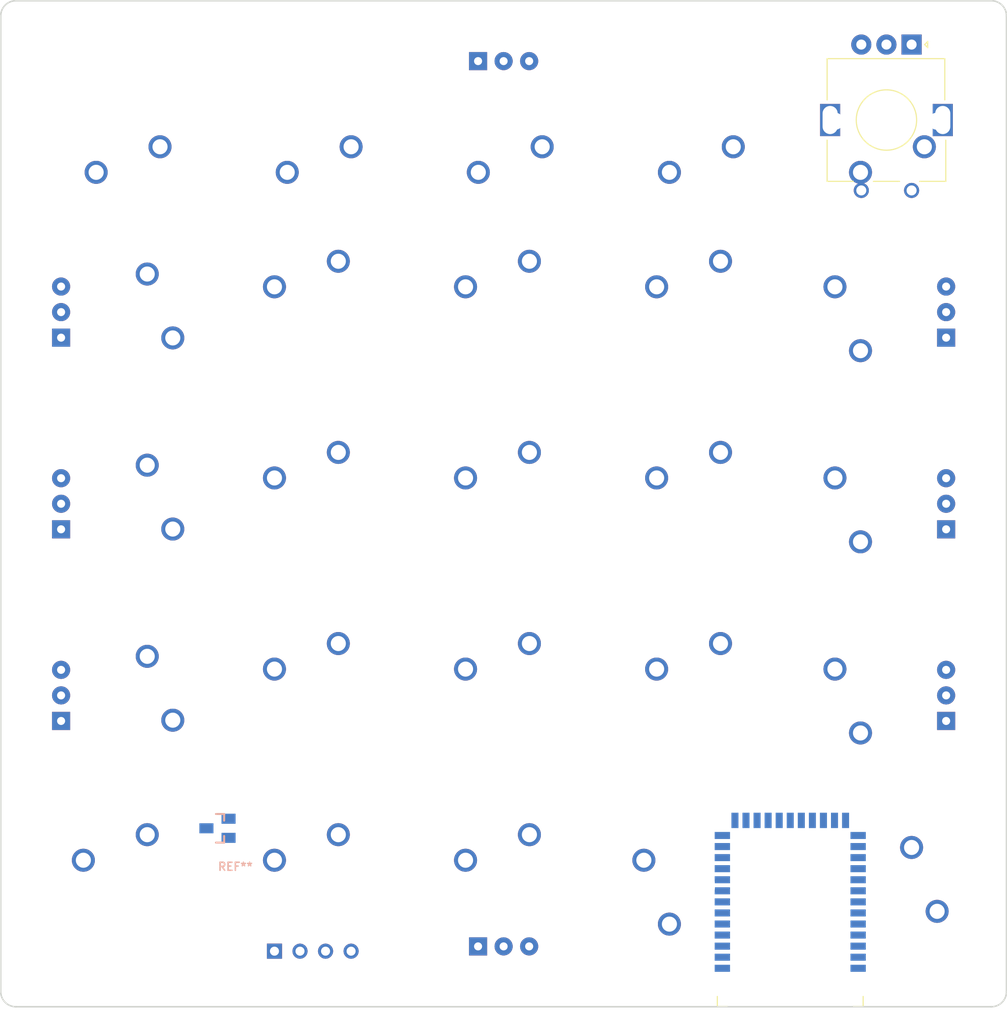
<source format=kicad_pcb>
(kicad_pcb (version 20211014) (generator pcbnew)
  (title_block (title "ortho-board") (rev "v1.0.0") (company "Unknown"))
  (layers (0 "F.Cu" signal) (31 "B.Cu" signal) (34 "B.Paste" user) (35 "F.Paste" user) (36 "B.SilkS" user "B.Silkscreen") (37 "F.SilkS" user "F.Silkscreen") (38 "B.Mask" user) (39 "F.Mask" user) (44 "Edge.Cuts" user))
  (net 0 "")
  (net 1 "GND")
  (net 2 "m_c1_r1")
  (net 3 "m_c1_r2")
  (net 4 "m_c1_r3")
  (net 5 "m_c1_r4")
  (net 6 "m_c1_r5")
  (net 7 "m_c2_r1")
  (net 8 "m_c2_r2")
  (net 9 "m_c2_r3")
  (net 10 "m_c2_r4")
  (net 11 "m_c2_r5")
  (net 12 "m_c3_r1")
  (net 13 "m_c3_r2")
  (net 14 "m_c3_r3")
  (net 15 "m_c3_r4")
  (net 16 "m_c3_r5")
  (net 17 "m_c4_r1")
  (net 18 "m_c4_r2")
  (net 19 "m_c4_r3")
  (net 20 "m_c4_r4")
  (net 21 "m_c4_r5")
  (net 22 "m_c5_r1")
  (net 23 "m_c5_r2")
  (net 24 "m_c5_r3")
  (net 25 "m_c5_r4")
  (net 26 "m_c5_r5")
  (net 27 "DMIN")
  (net 28 "DPLUS")
  (net 29 "ECA")
  (net 30 "ECC")
  (net 31 "XTRA")
  (net 32 "SWDCLK")
  (net 33 "SWDIO")
  (net 34 "VBUS")
  (net 35 "VCC")
  (net 36 "GND_P")
  (footprint "MountingHole:MountingHole_2.2mm_M2" (layer "F.Cu") (at 2.5 -2.5)
    (fp_text reference "" (at 0 0) (layer "F.SilkS") (effects (font (size 1.27 1.27))))
    (fp_text value "" (at 0 0) (layer "F.SilkS") (effects (font (size 1.27 1.27))))
    (pad "" np_thru_hole circle locked (at 0 0) (size 2.2 2.2) (drill 2.2) (layers *.Cu *.Mask))
  )
  (footprint "MX" (layer "F.Cu") (at 31.025 -69.025)
    (fp_text reference "S9" hide)
    (fp_text value "" hide)
    (pad "" np_thru_hole circle locked (at 0 0) (size 3.9878 3.9878) (drill 3.9878) (layers *.Cu *.Mask))
    (pad "" np_thru_hole circle locked (at 5.08 0) (size 1.7018 1.7018) (drill 1.7018) (layers *.Cu *.Mask))
    (pad "" np_thru_hole circle locked (at -5.08 0) (size 1.7018 1.7018) (drill 1.7018) (layers *.Cu *.Mask))
    (pad "1" thru_hole circle locked (at 2.54 -5.08) (size 2.286 2.286) (drill 1.4986) (layers *.Cu *.Mask) (net 1 "GND"))
    (pad "2" thru_hole circle locked (at -3.81 -2.54) (size 2.286 2.286) (drill 1.4986) (layers *.Cu *.Mask) (net 10 "m_c2_r4"))
  )
  (footprint "MX" (layer "F.Cu") (at 88.025 -50.025 90)
    (fp_text reference "S23" hide)
    (fp_text value "" hide)
    (pad "" np_thru_hole circle locked (at 5.08 0) (size 1.7018 1.7018) (drill 1.7018) (layers *.Cu *.Mask))
    (pad "" np_thru_hole circle locked (at 0 0) (size 3.9878 3.9878) (drill 3.9878) (layers *.Cu *.Mask))
    (pad "" np_thru_hole circle locked (at -5.08 0) (size 1.7018 1.7018) (drill 1.7018) (layers *.Cu *.Mask))
    (pad "1" thru_hole circle locked (at 2.54 -5.08) (size 2.286 2.286) (drill 1.4986) (layers *.Cu *.Mask) (net 1 "GND"))
    (pad "2" thru_hole circle locked (at -3.81 -2.54) (size 2.286 2.286) (drill 1.4986) (layers *.Cu *.Mask) (net 24 "m_c5_r3"))
  )
  (footprint "MX" (layer "F.Cu") (at 50.025 -12.025)
    (fp_text reference "S11" hide)
    (fp_text value "" hide)
    (pad "" np_thru_hole circle locked (at -5.08 0) (size 1.7018 1.7018) (drill 1.7018) (layers *.Cu *.Mask))
    (pad "" np_thru_hole circle locked (at 5.08 0) (size 1.7018 1.7018) (drill 1.7018) (layers *.Cu *.Mask))
    (pad "" np_thru_hole circle locked (at 0 0) (size 3.9878 3.9878) (drill 3.9878) (layers *.Cu *.Mask))
    (pad "1" thru_hole circle locked (at 2.54 -5.08) (size 2.286 2.286) (drill 1.4986) (layers *.Cu *.Mask) (net 1 "GND"))
    (pad "2" thru_hole circle locked (at -3.81 -2.54) (size 2.286 2.286) (drill 1.4986) (layers *.Cu *.Mask) (net 12 "m_c3_r1"))
  )
  (footprint "MX" (layer "F.Cu") (at 88.025 -88.025 180)
    (fp_text reference "S25" hide)
    (fp_text value "" hide)
    (pad "" np_thru_hole circle locked (at 0 0) (size 3.9878 3.9878) (drill 3.9878) (layers *.Cu *.Mask))
    (pad "" np_thru_hole circle locked (at 5.08 0) (size 1.7018 1.7018) (drill 1.7018) (layers *.Cu *.Mask))
    (pad "" np_thru_hole circle locked (at -5.08 0) (size 1.7018 1.7018) (drill 1.7018) (layers *.Cu *.Mask))
    (pad "1" thru_hole circle locked (at 2.54 -5.08) (size 2.286 2.286) (drill 1.4986) (layers *.Cu *.Mask) (net 1 "GND"))
    (pad "2" thru_hole circle locked (at -3.81 -2.54) (size 2.286 2.286) (drill 1.4986) (layers *.Cu *.Mask) (net 26 "m_c5_r5"))
  )
  (footprint "MX" (layer "F.Cu") (at 31.025 -31.025)
    (fp_text reference "S7" hide)
    (fp_text value "" hide)
    (pad "" np_thru_hole circle locked (at -5.08 0) (size 1.7018 1.7018) (drill 1.7018) (layers *.Cu *.Mask))
    (pad "" np_thru_hole circle locked (at 0 0) (size 3.9878 3.9878) (drill 3.9878) (layers *.Cu *.Mask))
    (pad "" np_thru_hole circle locked (at 5.08 0) (size 1.7018 1.7018) (drill 1.7018) (layers *.Cu *.Mask))
    (pad "1" thru_hole circle locked (at 2.54 -5.08) (size 2.286 2.286) (drill 1.4986) (layers *.Cu *.Mask) (net 1 "GND"))
    (pad "2" thru_hole circle locked (at -3.81 -2.54) (size 2.286 2.286) (drill 1.4986) (layers *.Cu *.Mask) (net 8 "m_c2_r2"))
  )
  (footprint "MX" (layer "F.Cu") (at 69.025 -31.025)
    (fp_text reference "S17" hide)
    (fp_text value "" hide)
    (pad "" np_thru_hole circle locked (at -5.08 0) (size 1.7018 1.7018) (drill 1.7018) (layers *.Cu *.Mask))
    (pad "" np_thru_hole circle locked (at 5.08 0) (size 1.7018 1.7018) (drill 1.7018) (layers *.Cu *.Mask))
    (pad "" np_thru_hole circle locked (at 0 0) (size 3.9878 3.9878) (drill 3.9878) (layers *.Cu *.Mask))
    (pad "1" thru_hole circle locked (at 2.54 -5.08) (size 2.286 2.286) (drill 1.4986) (layers *.Cu *.Mask) (net 1 "GND"))
    (pad "2" thru_hole circle locked (at -3.81 -2.54) (size 2.286 2.286) (drill 1.4986) (layers *.Cu *.Mask) (net 18 "m_c4_r2"))
  )
  (footprint "MX" (layer "F.Cu") (at 12.025 -31.025 -90)
    (fp_text reference "S2" hide)
    (fp_text value "" hide)
    (pad "" np_thru_hole circle locked (at 0 0) (size 3.9878 3.9878) (drill 3.9878) (layers *.Cu *.Mask))
    (pad "" np_thru_hole circle locked (at 5.08 0) (size 1.7018 1.7018) (drill 1.7018) (layers *.Cu *.Mask))
    (pad "" np_thru_hole circle locked (at -5.08 0) (size 1.7018 1.7018) (drill 1.7018) (layers *.Cu *.Mask))
    (pad "1" thru_hole circle locked (at 2.54 -5.08) (size 2.286 2.286) (drill 1.4986) (layers *.Cu *.Mask) (net 1 "GND"))
    (pad "2" thru_hole circle locked (at -3.81 -2.54) (size 2.286 2.286) (drill 1.4986) (layers *.Cu *.Mask) (net 3 "m_c1_r2"))
  )
  (footprint "MX" (layer "F.Cu") (at 69.025 -50.025)
    (fp_text reference "S18" hide)
    (fp_text value "" hide)
    (pad "" np_thru_hole circle locked (at -5.08 0) (size 1.7018 1.7018) (drill 1.7018) (layers *.Cu *.Mask))
    (pad "" np_thru_hole circle locked (at 5.08 0) (size 1.7018 1.7018) (drill 1.7018) (layers *.Cu *.Mask))
    (pad "" np_thru_hole circle locked (at 0 0) (size 3.9878 3.9878) (drill 3.9878) (layers *.Cu *.Mask))
    (pad "1" thru_hole circle locked (at 2.54 -5.08) (size 2.286 2.286) (drill 1.4986) (layers *.Cu *.Mask) (net 1 "GND"))
    (pad "2" thru_hole circle locked (at -3.81 -2.54) (size 2.286 2.286) (drill 1.4986) (layers *.Cu *.Mask) (net 19 "m_c4_r3"))
  )
  (footprint "MX" (layer "F.Cu") (at 50.025 -50.025)
    (fp_text reference "S13" hide)
    (fp_text value "" hide)
    (pad "" np_thru_hole circle locked (at 0 0) (size 3.9878 3.9878) (drill 3.9878) (layers *.Cu *.Mask))
    (pad "" np_thru_hole circle locked (at -5.08 0) (size 1.7018 1.7018) (drill 1.7018) (layers *.Cu *.Mask))
    (pad "" np_thru_hole circle locked (at 5.08 0) (size 1.7018 1.7018) (drill 1.7018) (layers *.Cu *.Mask))
    (pad "1" thru_hole circle locked (at 2.54 -5.08) (size 2.286 2.286) (drill 1.4986) (layers *.Cu *.Mask) (net 1 "GND"))
    (pad "2" thru_hole circle locked (at -3.81 -2.54) (size 2.286 2.286) (drill 1.4986) (layers *.Cu *.Mask) (net 14 "m_c3_r3"))
  )
  (footprint "four_pin_header" (layer "F.Cu") (at 31.025 -5.525 90)
    (fp_text reference "" (at 0 0 90) (layer "F.SilkS") (effects (font (size 1.27 1.27))))
    (fp_text value "" (at 0 0 90) (layer "F.SilkS") (effects (font (size 1.27 1.27))))
    (pad "1" thru_hole rect locked (at 0 -3.81 180) (size 1.5 1.5) (drill 0.9) (layers *.Cu *.Paste *.Mask) (net 35 "VCC"))
    (pad "2" thru_hole circle locked (at 0 -1.27 180) (size 1.5 1.5) (drill 0.9) (layers *.Cu *.Paste *.Mask) (net 36 "GND_P"))
    (pad "3" thru_hole circle locked (at 0 1.27 180) (size 1.5 1.5) (drill 0.9) (layers *.Cu *.Paste *.Mask) (net 33 "SWDIO"))
    (pad "4" thru_hole circle locked (at 0 3.81 180) (size 1.5 1.5) (drill 0.9) (layers *.Cu *.Paste *.Mask) (net 32 "SWDCLK"))
  )
  (footprint "MX" (layer "F.Cu") (at 31.025 -50.025)
    (fp_text reference "S8" hide)
    (fp_text value "" hide)
    (pad "" np_thru_hole circle locked (at 5.08 0) (size 1.7018 1.7018) (drill 1.7018) (layers *.Cu *.Mask))
    (pad "" np_thru_hole circle locked (at -5.08 0) (size 1.7018 1.7018) (drill 1.7018) (layers *.Cu *.Mask))
    (pad "" np_thru_hole circle locked (at 0 0) (size 3.9878 3.9878) (drill 3.9878) (layers *.Cu *.Mask))
    (pad "1" thru_hole circle locked (at 2.54 -5.08) (size 2.286 2.286) (drill 1.4986) (layers *.Cu *.Mask) (net 1 "GND"))
    (pad "2" thru_hole circle locked (at -3.81 -2.54) (size 2.286 2.286) (drill 1.4986) (layers *.Cu *.Mask) (net 9 "m_c2_r3"))
  )
  (footprint "MX" (layer "F.Cu") (at 88.025 -12.025 -90)
    (fp_text reference "S21" hide)
    (fp_text value "" hide)
    (pad "" np_thru_hole circle locked (at 5.08 0) (size 1.7018 1.7018) (drill 1.7018) (layers *.Cu *.Mask))
    (pad "" np_thru_hole circle locked (at 0 0) (size 3.9878 3.9878) (drill 3.9878) (layers *.Cu *.Mask))
    (pad "" np_thru_hole circle locked (at -5.08 0) (size 1.7018 1.7018) (drill 1.7018) (layers *.Cu *.Mask))
    (pad "1" thru_hole circle locked (at 2.54 -5.08) (size 2.286 2.286) (drill 1.4986) (layers *.Cu *.Mask) (net 1 "GND"))
    (pad "2" thru_hole circle locked (at -3.81 -2.54) (size 2.286 2.286) (drill 1.4986) (layers *.Cu *.Mask) (net 22 "m_c5_r1"))
  )
  (footprint "MX" (layer "F.Cu") (at 88.025 -31.025 90)
    (fp_text reference "S22" hide)
    (fp_text value "" hide)
    (pad "" np_thru_hole circle locked (at 0 0) (size 3.9878 3.9878) (drill 3.9878) (layers *.Cu *.Mask))
    (pad "" np_thru_hole circle locked (at -5.08 0) (size 1.7018 1.7018) (drill 1.7018) (layers *.Cu *.Mask))
    (pad "" np_thru_hole circle locked (at 5.08 0) (size 1.7018 1.7018) (drill 1.7018) (layers *.Cu *.Mask))
    (pad "1" thru_hole circle locked (at 2.54 -5.08) (size 2.286 2.286) (drill 1.4986) (layers *.Cu *.Mask) (net 1 "GND"))
    (pad "2" thru_hole circle locked (at -3.81 -2.54) (size 2.286 2.286) (drill 1.4986) (layers *.Cu *.Mask) (net 23 "m_c5_r2"))
  )
  (footprint "MX" (layer "F.Cu") (at 12.025 -69.025 -90)
    (fp_text reference "S4" hide)
    (fp_text value "" hide)
    (pad "" np_thru_hole circle locked (at -5.08 0) (size 1.7018 1.7018) (drill 1.7018) (layers *.Cu *.Mask))
    (pad "" np_thru_hole circle locked (at 5.08 0) (size 1.7018 1.7018) (drill 1.7018) (layers *.Cu *.Mask))
    (pad "" np_thru_hole circle locked (at 0 0) (size 3.9878 3.9878) (drill 3.9878) (layers *.Cu *.Mask))
    (pad "1" thru_hole circle locked (at 2.54 -5.08) (size 2.286 2.286) (drill 1.4986) (layers *.Cu *.Mask) (net 1 "GND"))
    (pad "2" thru_hole circle locked (at -3.81 -2.54) (size 2.286 2.286) (drill 1.4986) (layers *.Cu *.Mask) (net 5 "m_c1_r4"))
  )
  (footprint "MX" (layer "F.Cu") (at 31.025 -12.025)
    (fp_text reference "S6" hide)
    (fp_text value "" hide)
    (pad "" np_thru_hole circle locked (at -5.08 0) (size 1.7018 1.7018) (drill 1.7018) (layers *.Cu *.Mask))
    (pad "" np_thru_hole circle locked (at 0 0) (size 3.9878 3.9878) (drill 3.9878) (layers *.Cu *.Mask))
    (pad "" np_thru_hole circle locked (at 5.08 0) (size 1.7018 1.7018) (drill 1.7018) (layers *.Cu *.Mask))
    (pad "1" thru_hole circle locked (at 2.54 -5.08) (size 2.286 2.286) (drill 1.4986) (layers *.Cu *.Mask) (net 1 "GND"))
    (pad "2" thru_hole circle locked (at -3.81 -2.54) (size 2.286 2.286) (drill 1.4986) (layers *.Cu *.Mask) (net 7 "m_c2_r1"))
  )
  (footprint "MountingHole:MountingHole_2.2mm_M2" (layer "F.Cu") (at 97.5 -97.5)
    (fp_text reference "" (at 0 0) (layer "F.SilkS") (effects (font (size 1.27 1.27))))
    (fp_text value "" (at 0 0) (layer "F.SilkS") (effects (font (size 1.27 1.27))))
    (pad "" np_thru_hole circle locked (at 0 0) (size 2.2 2.2) (drill 2.2) (layers *.Cu *.Mask))
  )
  (footprint "MX" (layer "F.Cu") (at 50.025 -69.025)
    (fp_text reference "S14" hide)
    (fp_text value "" hide)
    (pad "" np_thru_hole circle locked (at -5.08 0) (size 1.7018 1.7018) (drill 1.7018) (layers *.Cu *.Mask))
    (pad "" np_thru_hole circle locked (at 5.08 0) (size 1.7018 1.7018) (drill 1.7018) (layers *.Cu *.Mask))
    (pad "" np_thru_hole circle locked (at 0 0) (size 3.9878 3.9878) (drill 3.9878) (layers *.Cu *.Mask))
    (pad "1" thru_hole circle locked (at 2.54 -5.08) (size 2.286 2.286) (drill 1.4986) (layers *.Cu *.Mask) (net 1 "GND"))
    (pad "2" thru_hole circle locked (at -3.81 -2.54) (size 2.286 2.286) (drill 1.4986) (layers *.Cu *.Mask) (net 15 "m_c3_r4"))
  )
  (footprint "MX" (layer "F.Cu") (at 12.025 -88.025 180)
    (fp_text reference "S5" hide)
    (fp_text value "" hide)
    (pad "" np_thru_hole circle locked (at -5.08 0) (size 1.7018 1.7018) (drill 1.7018) (layers *.Cu *.Mask))
    (pad "" np_thru_hole circle locked (at 5.08 0) (size 1.7018 1.7018) (drill 1.7018) (layers *.Cu *.Mask))
    (pad "" np_thru_hole circle locked (at 0 0) (size 3.9878 3.9878) (drill 3.9878) (layers *.Cu *.Mask))
    (pad "1" thru_hole circle locked (at 2.54 -5.08) (size 2.286 2.286) (drill 1.4986) (layers *.Cu *.Mask) (net 1 "GND"))
    (pad "2" thru_hole circle locked (at -3.81 -2.54) (size 2.286 2.286) (drill 1.4986) (layers *.Cu *.Mask) (net 6 "m_c1_r5"))
  )
  (footprint "rotary_encoder" (layer "F.Cu") (at 88.025 -88.025 -90)
    (fp_text reference "ROT1" hide)
    (fp_text value "")
    (fp_line (start 5.98 3.26) (end 5.98 5.86) (layer "F.SilkS") (width 0.12))
    (fp_line (start -0.62 -0.04) (end 0.38 -0.04) (layer "F.SilkS") (width 0.12))
    (fp_line (start -7.62 -3.84) (end -7.92 -4.14) (layer "F.SilkS") (width 0.12))
    (fp_line (start -2.12 -5.84) (end -6.22 -5.84) (layer "F.SilkS") (width 0.12))
    (fp_line (start -7.92 -4.14) (end -7.32 -4.14) (layer "F.SilkS") (width 0.12))
    (fp_line (start 1.88 -5.94) (end 5.98 -5.94) (layer "F.SilkS") (width 0.12))
    (fp_line (start -0.12 -0.54) (end -0.12 0.46) (layer "F.SilkS") (width 0.12))
    (fp_line (start 5.98 5.86) (end 1.88 5.86) (layer "F.SilkS") (width 0.12))
    (fp_line (start -7.32 -4.14) (end -7.62 -3.84) (layer "F.SilkS") (width 0.12))
    (fp_line (start 5.98 -1.34) (end 5.98 1.26) (layer "F.SilkS") (width 0.12))
    (fp_line (start -6.22 -5.84) (end -6.22 5.86) (layer "F.SilkS") (width 0.12))
    (fp_line (start 5.98 -5.94) (end 5.98 -3.34) (layer "F.SilkS") (width 0.12))
    (fp_line (start -2.12 5.86) (end -6.22 5.86) (layer "F.SilkS") (width 0.12))
    (fp_circle (center -0.12 -0.04) (end 2.88 -0.04) (layer "F.SilkS") (width 0.12) (fill none))
    (pad "" thru_hole rect locked (at -0.12 -5.64 270) (size 3.2 2) (drill oval 2.8 1.5) (layers *.Cu *.Mask))
    (pad "" thru_hole rect locked (at -0.12 5.56 270) (size 3.2 2) (drill oval 2.8 1.5) (layers *.Cu *.Mask))
    (pad "1" thru_hole circle locked (at 6.88 -2.54) (size 1.5 1.5) (drill 1) (layers *.Cu *.Mask) (net 26 "m_c5_r5"))
    (pad "2" thru_hole circle locked (at 6.88 2.46) (size 1.5 1.5) (drill 1) (layers *.Cu *.Mask) (net 1 "GND"))
    (pad "A" thru_hole rect locked (at -7.62 -2.54 270) (size 2 2) (drill 1) (layers *.Cu *.Mask) (net 29 "ECA"))
    (pad "B" thru_hole circle locked (at -7.62 2.46) (size 2 2) (drill 1) (layers *.Cu *.Mask) (net 1 "GND"))
    (pad "C" thru_hole circle locked (at -7.62 -0.04) (size 2 2) (drill 1) (layers *.Cu *.Mask) (net 30 "ECC"))
  )
  (footprint "MX" (layer "F.Cu") (at 12.025 -50.025 -90)
    (fp_text reference "S3" hide)
    (fp_text value "" hide)
    (pad "" np_thru_hole circle locked (at -5.08 0) (size 1.7018 1.7018) (drill 1.7018) (layers *.Cu *.Mask))
    (pad "" np_thru_hole circle locked (at 5.08 0) (size 1.7018 1.7018) (drill 1.7018) (layers *.Cu *.Mask))
    (pad "" np_thru_hole circle locked (at 0 0) (size 3.9878 3.9878) (drill 3.9878) (layers *.Cu *.Mask))
    (pad "1" thru_hole circle locked (at 2.54 -5.08) (size 2.286 2.286) (drill 1.4986) (layers *.Cu *.Mask) (net 1 "GND"))
    (pad "2" thru_hole circle locked (at -3.81 -2.54) (size 2.286 2.286) (drill 1.4986) (layers *.Cu *.Mask) (net 4 "m_c1_r3"))
  )
  (footprint "MountingHole:MountingHole_2.2mm_M2" (layer "F.Cu") (at 97.5 -2.5)
    (fp_text reference "" (at 0 0) (layer "F.SilkS") (effects (font (size 1.27 1.27))))
    (fp_text value "" (at 0 0) (layer "F.SilkS") (effects (font (size 1.27 1.27))))
    (pad "" np_thru_hole circle locked (at 0 0) (size 2.2 2.2) (drill 2.2) (layers *.Cu *.Mask))
  )
  (footprint "MountingHole:MountingHole_2.2mm_M2" (layer "F.Cu") (at 2.5 -97.5)
    (fp_text reference "" (at 0 0) (layer "F.SilkS") (effects (font (size 1.27 1.27))))
    (fp_text value "" (at 0 0) (layer "F.SilkS") (effects (font (size 1.27 1.27))))
    (pad "" np_thru_hole circle locked (at 0 0) (size 2.2 2.2) (drill 2.2) (layers *.Cu *.Mask))
  )
  (footprint "MX" (layer "F.Cu") (at 69.025 -12.025 90)
    (fp_text reference "S16" hide)
    (fp_text value "" hide)
    (pad "" np_thru_hole circle locked (at 5.08 0) (size 1.7018 1.7018) (drill 1.7018) (layers *.Cu *.Mask))
    (pad "" np_thru_hole circle locked (at -5.08 0) (size 1.7018 1.7018) (drill 1.7018) (layers *.Cu *.Mask))
    (pad "" np_thru_hole circle locked (at 0 0) (size 3.9878 3.9878) (drill 3.9878) (layers *.Cu *.Mask))
    (pad "1" thru_hole circle locked (at 2.54 -5.08) (size 2.286 2.286) (drill 1.4986) (layers *.Cu *.Mask) (net 1 "GND"))
    (pad "2" thru_hole circle locked (at -3.81 -2.54) (size 2.286 2.286) (drill 1.4986) (layers *.Cu *.Mask) (net 17 "m_c4_r1"))
  )
  (footprint "MX" (layer "F.Cu") (at 69.025 -69.025)
    (fp_text reference "S19" hide)
    (fp_text value "" hide)
    (pad "" np_thru_hole circle locked (at 0 0) (size 3.9878 3.9878) (drill 3.9878) (layers *.Cu *.Mask))
    (pad "" np_thru_hole circle locked (at 5.08 0) (size 1.7018 1.7018) (drill 1.7018) (layers *.Cu *.Mask))
    (pad "" np_thru_hole circle locked (at -5.08 0) (size 1.7018 1.7018) (drill 1.7018) (layers *.Cu *.Mask))
    (pad "1" thru_hole circle locked (at 2.54 -5.08) (size 2.286 2.286) (drill 1.4986) (layers *.Cu *.Mask) (net 1 "GND"))
    (pad "2" thru_hole circle locked (at -3.81 -2.54) (size 2.286 2.286) (drill 1.4986) (layers *.Cu *.Mask) (net 20 "m_c4_r4"))
  )
  (footprint "MX" (layer "F.Cu") (at 50.025 -88.025 180)
    (fp_text reference "S15" hide)
    (fp_text value "" hide)
    (pad "" np_thru_hole circle locked (at 0 0) (size 3.9878 3.9878) (drill 3.9878) (layers *.Cu *.Mask))
    (pad "" np_thru_hole circle locked (at -5.08 0) (size 1.7018 1.7018) (drill 1.7018) (layers *.Cu *.Mask))
    (pad "" np_thru_hole circle locked (at 5.08 0) (size 1.7018 1.7018) (drill 1.7018) (layers *.Cu *.Mask))
    (pad "1" thru_hole circle locked (at 2.54 -5.08) (size 2.286 2.286) (drill 1.4986) (layers *.Cu *.Mask) (net 1 "GND"))
    (pad "2" thru_hole circle locked (at -3.81 -2.54) (size 2.286 2.286) (drill 1.4986) (layers *.Cu *.Mask) (net 16 "m_c3_r5"))
  )
  (footprint "MX" (layer "F.Cu") (at 50.025 -31.025)
    (fp_text reference "S12" hide)
    (fp_text value "" hide)
    (pad "" np_thru_hole circle locked (at 5.08 0) (size 1.7018 1.7018) (drill 1.7018) (layers *.Cu *.Mask))
    (pad "" np_thru_hole circle locked (at -5.08 0) (size 1.7018 1.7018) (drill 1.7018) (layers *.Cu *.Mask))
    (pad "" np_thru_hole circle locked (at 0 0) (size 3.9878 3.9878) (drill 3.9878) (layers *.Cu *.Mask))
    (pad "1" thru_hole circle locked (at 2.54 -5.08) (size 2.286 2.286) (drill 1.4986) (layers *.Cu *.Mask) (net 1 "GND"))
    (pad "2" thru_hole circle locked (at -3.81 -2.54) (size 2.286 2.286) (drill 1.4986) (layers *.Cu *.Mask) (net 13 "m_c3_r2"))
  )
  (footprint "MX" (layer "F.Cu") (at 69.025 -88.025 180)
    (fp_text reference "S20" hide)
    (fp_text value "" hide)
    (pad "" np_thru_hole circle locked (at 0 0) (size 3.9878 3.9878) (drill 3.9878) (layers *.Cu *.Mask))
    (pad "" np_thru_hole circle locked (at 5.08 0) (size 1.7018 1.7018) (drill 1.7018) (layers *.Cu *.Mask))
    (pad "" np_thru_hole circle locked (at -5.08 0) (size 1.7018 1.7018) (drill 1.7018) (layers *.Cu *.Mask))
    (pad "1" thru_hole circle locked (at 2.54 -5.08) (size 2.286 2.286) (drill 1.4986) (layers *.Cu *.Mask) (net 1 "GND"))
    (pad "2" thru_hole circle locked (at -3.81 -2.54) (size 2.286 2.286) (drill 1.4986) (layers *.Cu *.Mask) (net 21 "m_c4_r5"))
  )
  (footprint "MX" (layer "F.Cu") (at 12.025 -12.025)
    (fp_text reference "S1" hide)
    (fp_text value "" hide)
    (pad "" np_thru_hole circle locked (at -5.08 0) (size 1.7018 1.7018) (drill 1.7018) (layers *.Cu *.Mask))
    (pad "" np_thru_hole circle locked (at 0 0) (size 3.9878 3.9878) (drill 3.9878) (layers *.Cu *.Mask))
    (pad "" np_thru_hole circle locked (at 5.08 0) (size 1.7018 1.7018) (drill 1.7018) (layers *.Cu *.Mask))
    (pad "1" thru_hole circle locked (at 2.54 -5.08) (size 2.286 2.286) (drill 1.4986) (layers *.Cu *.Mask) (net 1 "GND"))
    (pad "2" thru_hole circle locked (at -3.81 -2.54) (size 2.286 2.286) (drill 1.4986) (layers *.Cu *.Mask) (net 2 "m_c1_r1"))
  )
  (footprint "MX" (layer "F.Cu") (at 88.025 -69.025 90)
    (fp_text reference "S24" hide)
    (fp_text value "" hide)
    (pad "" np_thru_hole circle locked (at 5.08 0) (size 1.7018 1.7018) (drill 1.7018) (layers *.Cu *.Mask))
    (pad "" np_thru_hole circle locked (at -5.08 0) (size 1.7018 1.7018) (drill 1.7018) (layers *.Cu *.Mask))
    (pad "" np_thru_hole circle locked (at 0 0) (size 3.9878 3.9878) (drill 3.9878) (layers *.Cu *.Mask))
    (pad "1" thru_hole circle locked (at 2.54 -5.08) (size 2.286 2.286) (drill 1.4986) (layers *.Cu *.Mask) (net 1 "GND"))
    (pad "2" thru_hole circle locked (at -3.81 -2.54) (size 2.286 2.286) (drill 1.4986) (layers *.Cu *.Mask) (net 25 "m_c5_r4"))
  )
  (footprint "MX" (layer "F.Cu") (at 31.025 -88.025 180)
    (fp_text reference "S10" hide)
    (fp_text value "" hide)
    (pad "" np_thru_hole circle locked (at -5.08 0) (size 1.7018 1.7018) (drill 1.7018) (layers *.Cu *.Mask))
    (pad "" np_thru_hole circle locked (at 0 0) (size 3.9878 3.9878) (drill 3.9878) (layers *.Cu *.Mask))
    (pad "" np_thru_hole circle locked (at 5.08 0) (size 1.7018 1.7018) (drill 1.7018) (layers *.Cu *.Mask))
    (pad "1" thru_hole circle locked (at 2.54 -5.08) (size 2.286 2.286) (drill 1.4986) (layers *.Cu *.Mask) (net 1 "GND"))
    (pad "2" thru_hole circle locked (at -3.81 -2.54) (size 2.286 2.286) (drill 1.4986) (layers *.Cu *.Mask) (net 11 "m_c2_r5"))
  )
  (footprint "nRF52840_holyiot_18010" (layer "B.Cu") (at 78.5 -9.525)
    (fp_text reference "" (at 0 0) (layer "F.SilkS") (effects (font (size 1.27 1.27))))
    (fp_text value "nRF52840_holyiot_18010")
    (fp_line (start -7.25 8.5) (end -7.25 9.5) (layer "F.SilkS") (width 0.12))
    (fp_line (start 7.25 8.5) (end 7.25 9.5) (layer "F.SilkS") (width 0.12))
    (fp_line (start -6.25 9.5) (end -7.25 9.5) (layer "F.SilkS") (width 0.12))
    (fp_line (start 6.25 9.5) (end 7.25 9.5) (layer "F.SilkS") (width 0.12))
    (pad "1" smd rect locked (at -6.75 5.7) (size 1.524 0.7) (layers "B.Cu" "B.Paste" "B.Mask") (net 1 "GND"))
    (pad "2" smd rect locked (at -6.75 4.6) (size 1.524 0.7) (layers "B.Cu" "B.Paste" "B.Mask") (net 31 "XTRA"))
    (pad "3" smd rect locked (at -6.75 3.5) (size 1.524 0.7) (layers "B.Cu" "B.Paste" "B.Mask") (net 2 "m_c1_r1"))
    (pad "4" smd rect locked (at -6.75 2.4) (size 1.524 0.7) (layers "B.Cu" "B.Paste" "B.Mask") (net 7 "m_c2_r1"))
    (pad "5" smd rect locked (at -6.75 1.3) (size 1.524 0.7) (layers "B.Cu" "B.Paste" "B.Mask") (net 12 "m_c3_r1"))
    (pad "6" smd rect locked (at -6.75 0.2) (size 1.524 0.7) (layers "B.Cu" "B.Paste" "B.Mask") (net 17 "m_c4_r1"))
    (pad "7" smd rect locked (at -6.75 -0.9) (size 1.524 0.7) (layers "B.Cu" "B.Paste" "B.Mask") (net 3 "m_c1_r2"))
    (pad "8" smd rect locked (at -6.75 -2) (size 1.524 0.7) (layers "B.Cu" "B.Paste" "B.Mask") (net 4 "m_c1_r3"))
    (pad "9" smd rect locked (at -6.75 -3.1) (size 1.524 0.7) (layers "B.Cu" "B.Paste" "B.Mask") (net 5 "m_c1_r4"))
    (pad "10" smd rect locked (at -6.75 -4.2) (size 1.524 0.7) (layers "B.Cu" "B.Paste" "B.Mask") (net 6 "m_c1_r5"))
    (pad "11" smd rect locked (at -6.75 -5.3) (size 1.524 0.7) (layers "B.Cu" "B.Paste" "B.Mask") (net 8 "m_c2_r2"))
    (pad "12" smd rect locked (at -6.75 -6.4) (size 1.524 0.7) (layers "B.Cu" "B.Paste" "B.Mask") (net 9 "m_c2_r3"))
    (pad "13" smd rect locked (at -6.75 -7.5) (size 1.524 0.7) (layers "B.Cu" "B.Paste" "B.Mask") (net 10 "m_c2_r4"))
    (pad "14" smd rect locked (at -5.5 -9 90) (size 1.524 0.7) (layers "B.Cu" "B.Paste" "B.Mask") (net 35 "VCC"))
    (pad "15" smd rect locked (at -4.4 -9 90) (size 1.524 0.7) (layers "B.Cu" "B.Paste" "B.Mask") (net 11 "m_c2_r5"))
    (pad "16" smd rect locked (at -3.3 -9 90) (size 1.524 0.7) (layers "B.Cu" "B.Paste" "B.Mask") (net 13 "m_c3_r2"))
    (pad "17" smd rect locked (at -2.2 -9 90) (size 1.524 0.7) (layers "B.Cu" "B.Paste" "B.Mask") (net 14 "m_c3_r3"))
    (pad "18" smd rect locked (at -1.1 -9 90) (size 1.524 0.7) (layers "B.Cu" "B.Paste" "B.Mask") (net 15 "m_c3_r4"))
    (pad "19" smd rect locked (at 0 -9 90) (size 1.524 0.7) (layers "B.Cu" "B.Paste" "B.Mask") (net 16 "m_c3_r5"))
    (pad "20" smd rect locked (at 1.1 -9 90) (size 1.524 0.7) (layers "B.Cu" "B.Paste" "B.Mask") (net 18 "m_c4_r2"))
    (pad "21" smd rect locked (at 2.2 -9 90) (size 1.524 0.7) (layers "B.Cu" "B.Paste" "B.Mask") (net 19 "m_c4_r3"))
    (pad "22" smd rect locked (at 3.3 -9 90) (size 1.524 0.7) (layers "B.Cu" "B.Paste" "B.Mask") (net 34 "VBUS"))
    (pad "23" smd rect locked (at 4.4 -9 90) (size 1.524 0.7) (layers "B.Cu" "B.Paste" "B.Mask") (net 27 "DMIN"))
    (pad "24" smd rect locked (at 5.5 -9 90) (size 1.524 0.7) (layers "B.Cu" "B.Paste" "B.Mask") (net 28 "DPLUS"))
    (pad "25" smd rect locked (at 6.75 -7.5 180) (size 1.524 0.7) (layers "B.Cu" "B.Paste" "B.Mask") (net 1 "GND"))
    (pad "26" smd rect locked (at 6.75 -6.4 180) (size 1.524 0.7) (layers "B.Cu" "B.Paste" "B.Mask") (net 20 "m_c4_r4"))
    (pad "27" smd rect locked (at 6.75 -5.3 180) (size 1.524 0.7) (layers "B.Cu" "B.Paste" "B.Mask") (net 21 "m_c4_r5"))
    (pad "28" smd rect locked (at 6.75 -4.2 180) (size 1.524 0.7) (layers "B.Cu" "B.Paste" "B.Mask") (net 22 "m_c5_r1"))
    (pad "29" smd rect locked (at 6.75 -3.1 180) (size 1.524 0.7) (layers "B.Cu" "B.Paste" "B.Mask") (net 23 "m_c5_r2"))
    (pad "30" smd rect locked (at 6.75 -2 180) (size 1.524 0.7) (layers "B.Cu" "B.Paste" "B.Mask") (net 24 "m_c5_r3"))
    (pad "31" smd rect locked (at 6.75 -0.9 180) (size 1.524 0.7) (layers "B.Cu" "B.Paste" "B.Mask") (net 32 "SWDCLK"))
    (pad "32" smd rect locked (at 6.75 0.2 180) (size 1.524 0.7) (layers "B.Cu" "B.Paste" "B.Mask") (net 33 "SWDIO"))
    (pad "33" smd rect locked (at 6.75 1.3 180) (size 1.524 0.7) (layers "B.Cu" "B.Paste" "B.Mask") (net 25 "m_c5_r4"))
    (pad "34" smd rect locked (at 6.75 2.4 180) (size 1.524 0.7) (layers "B.Cu" "B.Paste" "B.Mask") (net 30 "ECC"))
    (pad "35" smd rect locked (at 6.75 3.5 180) (size 1.524 0.7) (layers "B.Cu" "B.Paste" "B.Mask") (net 29 "ECA"))
    (pad "36" smd rect locked (at 6.75 4.6 180) (size 1.524 0.7) (layers "B.Cu" "B.Paste" "B.Mask") (net 26 "m_c5_r5"))
    (pad "37" smd rect locked (at 6.75 5.7 180) (size 1.524 0.7) (layers "B.Cu" "B.Paste" "B.Mask") (net 1 "GND"))
  )
  (footprint "magnetic_connector" (layer "B.Cu") (at 94 -30.95 180)
    (fp_text reference "" (at 0 0 180) (layer "F.SilkS") (effects (font (size 1.27 1.27))))
    (fp_text value "" (at 0 0 180) (layer "F.SilkS") (effects (font (size 1.27 1.27))))
    (pad "1" thru_hole rect locked (at 0 -2.54 180) (size 1.8 1.8) (drill 0.8) (layers *.Cu *.Mask) (net 36 "GND_P"))
    (pad "2" thru_hole oval locked (at 0 0 180) (size 1.8 1.8) (drill 0.8) (layers *.Cu *.Mask) (net 35 "VCC"))
    (pad "3" thru_hole oval locked (at 0 2.54 180) (size 1.8 1.8) (drill 0.8) (layers *.Cu *.Mask) (net 31 "XTRA"))
  )
  (footprint "magnetic_connector" (layer "B.Cu") (at 6 -50 180)
    (fp_text reference "" (at 0 0 180) (layer "F.SilkS") (effects (font (size 1.27 1.27))))
    (fp_text value "" (at 0 0 180) (layer "F.SilkS") (effects (font (size 1.27 1.27))))
    (pad "1" thru_hole rect locked (at 0 -2.54 180) (size 1.8 1.8) (drill 0.8) (layers *.Cu *.Mask) (net 36 "GND_P"))
    (pad "2" thru_hole oval locked (at 0 0 180) (size 1.8 1.8) (drill 0.8) (layers *.Cu *.Mask) (net 35 "VCC"))
    (pad "3" thru_hole oval locked (at 0 2.54 180) (size 1.8 1.8) (drill 0.8) (layers *.Cu *.Mask) (net 31 "XTRA"))
  )
  (footprint "magnetic_connector" (layer "B.Cu") (at 94 -50 180)
    (fp_text reference "" (at 0 0 180) (layer "F.SilkS") (effects (font (size 1.27 1.27))))
    (fp_text value "" (at 0 0 180) (layer "F.SilkS") (effects (font (size 1.27 1.27))))
    (pad "1" thru_hole rect locked (at 0 -2.54 180) (size 1.8 1.8) (drill 0.8) (layers *.Cu *.Mask) (net 36 "GND_P"))
    (pad "2" thru_hole oval locked (at 0 0 180) (size 1.8 1.8) (drill 0.8) (layers *.Cu *.Mask) (net 35 "VCC"))
    (pad "3" thru_hole oval locked (at 0 2.54 180) (size 1.8 1.8) (drill 0.8) (layers *.Cu *.Mask) (net 31 "XTRA"))
  )
  (footprint "magnetic_connector" (layer "B.Cu") (at 94 -69.05 180)
    (fp_text reference "" (at 0 0 180) (layer "F.SilkS") (effects (font (size 1.27 1.27))))
    (fp_text value "" (at 0 0 180) (layer "F.SilkS") (effects (font (size 1.27 1.27))))
    (pad "1" thru_hole rect locked (at 0 -2.54 180) (size 1.8 1.8) (drill 0.8) (layers *.Cu *.Mask) (net 36 "GND_P"))
    (pad "2" thru_hole oval locked (at 0 0 180) (size 1.8 1.8) (drill 0.8) (layers *.Cu *.Mask) (net 35 "VCC"))
    (pad "3" thru_hole oval locked (at 0 2.54 180) (size 1.8 1.8) (drill 0.8) (layers *.Cu *.Mask) (net 31 "XTRA"))
  )
  (footprint "magnetic_connector" (layer "B.Cu") (at 6 -30.95 180)
    (fp_text reference "" (at 0 0 180) (layer "F.SilkS") (effects (font (size 1.27 1.27))))
    (fp_text value "" (at 0 0 180) (layer "F.SilkS") (effects (font (size 1.27 1.27))))
    (pad "1" thru_hole rect locked (at 0 -2.54 180) (size 1.8 1.8) (drill 0.8) (layers *.Cu *.Mask) (net 36 "GND_P"))
    (pad "2" thru_hole oval locked (at 0 0 180) (size 1.8 1.8) (drill 0.8) (layers *.Cu *.Mask) (net 35 "VCC"))
    (pad "3" thru_hole oval locked (at 0 2.54 180) (size 1.8 1.8) (drill 0.8) (layers *.Cu *.Mask) (net 31 "XTRA"))
  )
  (footprint "SOT23" (layer "B.Cu") (at 21.55 -17.74 -90)
    (fp_text reference "REF**" (at 3.813035 -1.779415) (layer "B.SilkS") (effects (font (size 0.800638 0.800638))))
    (fp_text value "SOT23")
    (fp_line (start 0.7636 -0.6604) (end 1.4224 -0.6604) (layer "B.SilkS") (width 0.2032))
    (fp_line (start 1.4224 -0.6604) (end 1.4224 0.1524) (layer "B.SilkS") (width 0.2032))
    (fp_line (start -1.4224 0.1524) (end -1.4224 -0.6604) (layer "B.SilkS") (width 0.2032))
    (fp_line (start -1.4224 -0.6604) (end -0.7636 -0.6604) (layer "B.SilkS") (width 0.2032))
    (pad "1" smd rect locked (at -0.95 -1.1 270) (size 1 1.4) (layers "B.Cu" "B.Paste" "B.Mask") (net 35 "VCC"))
    (pad "2" smd rect locked (at 0.95 -1.1 270) (size 1 1.4) (layers "B.Cu" "B.Paste" "B.Mask") (net 1 "GND"))
    (pad "3" smd rect locked (at 0 1.1 270) (size 1 1.4) (layers "B.Cu" "B.Paste" "B.Mask") (net 36 "GND_P"))
  )
  (footprint "magnetic_connector" (layer "B.Cu") (at 50 -94 90)
    (fp_text reference "" (at 0 0 90) (layer "F.SilkS") (effects (font (size 1.27 1.27))))
    (fp_text value "" (at 0 0 90) (layer "F.SilkS") (effects (font (size 1.27 1.27))))
    (pad "1" thru_hole rect locked (at 0 -2.54 90) (size 1.8 1.8) (drill 0.8) (layers *.Cu *.Mask) (net 36 "GND_P"))
    (pad "2" thru_hole oval locked (at 0 0 90) (size 1.8 1.8) (drill 0.8) (layers *.Cu *.Mask) (net 35 "VCC"))
    (pad "3" thru_hole oval locked (at 0 2.54 90) (size 1.8 1.8) (drill 0.8) (layers *.Cu *.Mask) (net 31 "XTRA"))
  )
  (footprint "magnetic_connector" (layer "B.Cu") (at 6 -69.05 180)
    (fp_text reference "" (at 0 0 180) (layer "F.SilkS") (effects (font (size 1.27 1.27))))
    (fp_text value "" (at 0 0 180) (layer "F.SilkS") (effects (font (size 1.27 1.27))))
    (pad "1" thru_hole rect locked (at 0 -2.54 180) (size 1.8 1.8) (drill 0.8) (layers *.Cu *.Mask) (net 36 "GND_P"))
    (pad "2" thru_hole oval locked (at 0 0 180) (size 1.8 1.8) (drill 0.8) (layers *.Cu *.Mask) (net 35 "VCC"))
    (pad "3" thru_hole oval locked (at 0 2.54 180) (size 1.8 1.8) (drill 0.8) (layers *.Cu *.Mask) (net 31 "XTRA"))
  )
  (footprint "magnetic_connector" (layer "B.Cu") (at 50 -6 90)
    (fp_text reference "" (at 0 0 90) (layer "F.SilkS") (effects (font (size 1.27 1.27))))
    (fp_text value "" (at 0 0 90) (layer "F.SilkS") (effects (font (size 1.27 1.27))))
    (pad "1" thru_hole rect locked (at 0 -2.54 90) (size 1.8 1.8) (drill 0.8) (layers *.Cu *.Mask) (net 36 "GND_P"))
    (pad "2" thru_hole oval locked (at 0 0 90) (size 1.8 1.8) (drill 0.8) (layers *.Cu *.Mask) (net 35 "VCC"))
    (pad "3" thru_hole oval locked (at 0 2.54 90) (size 1.8 1.8) (drill 0.8) (layers *.Cu *.Mask) (net 31 "XTRA"))
  )
  (gr_arc (start 100 -1.5) (mid 99.56066 -0.43934) (end 98.5 0) (layer "Edge.Cuts") (width 0.15))
  (gr_arc (start 98.5 -100) (mid 99.56066 -99.56066) (end 100 -98.5) (layer "Edge.Cuts") (width 0.15))
  (gr_arc (start 1.5 0) (mid 0.43934 -0.43934) (end 0 -1.5) (layer "Edge.Cuts") (width 0.15))
  (gr_arc (start 0 -98.5) (mid 0.43934 -99.56066) (end 1.5 -100) (layer "Edge.Cuts") (width 0.15))
  (gr_line (start 98.5 -100) (end 1.5 -100) (layer "Edge.Cuts") (width 0.15))
  (gr_line (start 1.5 0) (end 98.5 0) (layer "Edge.Cuts") (width 0.15))
  (gr_line (start 0 -98.5) (end 0 -1.5) (layer "Edge.Cuts") (width 0.15))
  (gr_line (start 100 -1.5) (end 100 -98.5) (layer "Edge.Cuts") (width 0.15))
)
</source>
